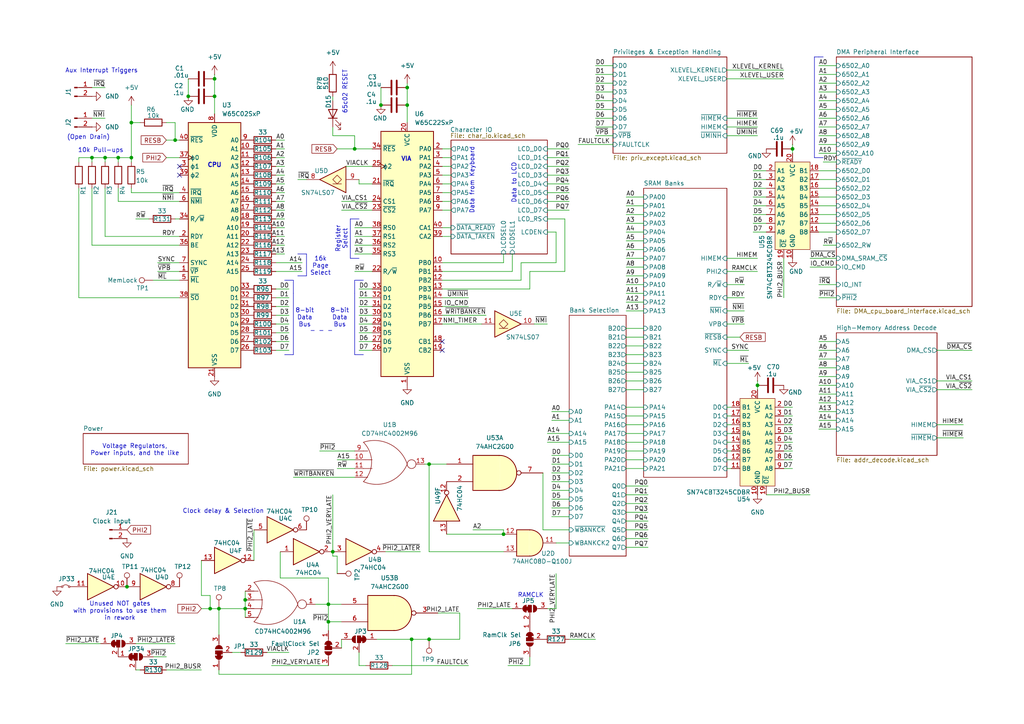
<source format=kicad_sch>
(kicad_sch (version 20250114) (generator "eeschema") (generator_version "9.0")
  (paper "A4")
  (title_block (title "65c02 Homebrew") (rev "Prelim") (company "Joseph R. Freeston") (comment 2 "https://github.com/snorklerjoe/useful6502") (comment 4 "A 65c02-based computer with peripheral i/o offloaded to a PIC16 microcontroller."))
  (text "Data to LCD" (at 149.098 53.086 90) (effects (font (size 1.27 1.27))))
  (text "65c02 RESET" (at 100.076 26.67 90) (effects (font (size 1.27 1.27))))
  (text "(Open Drain)" (at 25.654 39.878 0) (effects (font (size 1.27 1.27))))
  (text "VIA" (at 117.856 46.228 0) (effects (font (size 1.27 1.27) (thickness 0.254) (bold yes))))
  (text "10k Pull-ups" (at 29.21 43.688 0) (effects (font (size 1.27 1.27))))
  (text "Clock delay & Selection" (at 64.77 148.336 0) (effects (font (size 1.27 1.27))))
  (text "8-bit\nData\nBus" (at 88.392 92.202 0) (effects (font (size 1.27 1.27))))
  (text "- - -" (at 93.218 96.012 0) (effects (font (size 1.27 1.27))))
  (text "CPU" (at 62.23 48.006 0) (effects (font (size 1.27 1.27) (thickness 0.254) (bold yes))))
  (text "Register\nSelect" (at 99.06 69.342 90) (effects (font (size 1.27 1.27))))
  (text "RAMCLK" (at 153.924 172.72 0) (effects (font (size 1.27 1.27))))
  (text "Data from Keyboard" (at 136.906 52.324 90) (effects (font (size 1.27 1.27))))
  (text "Aux Interrupt Triggers" (at 29.464 20.574 0) (effects (font (size 1.27 1.27))))
  (text "Unused NOT gates\nwith provisions to use them\nin rework" (at 34.798 177.292 0) (effects (font (size 1.27 1.27))))
  (text "16k\nPage\nSelect" (at 92.964 77.216 0) (effects (font (size 1.27 1.27))))
  (text "8-bit\nData\nBus" (at 98.552 92.202 0) (effects (font (size 1.27 1.27))))
  (text "Voltage Regulators,\nPower inputs, and the like" (at 39.116 130.556 0) (effects (font (size 1.27 1.27))))
  (junction (at 119.38 185.42))
  (junction (at 50.8 40.64))
  (junction (at 62.23 27.94))
  (junction (at 63.5 176.53))
  (junction (at 34.29 45.72))
  (junction (at 60.96 176.53))
  (junction (at 118.11 30.48))
  (junction (at 95.25 175.26))
  (junction (at 229.87 43.18))
  (junction (at 54.61 27.94))
  (junction (at 96.52 160.02))
  (junction (at 124.46 185.42))
  (junction (at 102.87 43.18))
  (junction (at 146.05 154.94))
  (junction (at 71.12 173.99))
  (junction (at 95.25 180.34))
  (junction (at 71.12 176.53))
  (junction (at 38.1 35.56))
  (junction (at 26.67 45.72))
  (junction (at 36.83 170.18))
  (junction (at 219.71 111.76))
  (junction (at 62.23 22.86))
  (junction (at 118.11 25.4))
  (junction (at 124.46 134.62))
  (junction (at 30.48 45.72))
  (junction (at 110.49 30.48))
  (junction (at 38.1 45.72))
  (no_connect (at 52.07 48.26))
  (no_connect (at 128.27 99.06))
  (no_connect (at 52.07 50.8))
  (no_connect (at 128.27 101.6))
  (wire (pts (xy 80.01 88.9) (xy 83.82 88.9)))
  (wire (pts (xy 210.82 105.41) (xy 217.17 105.41)))
  (wire (pts (xy 97.79 133.35) (xy 102.87 133.35)))
  (wire (pts (xy 124.46 160.02) (xy 124.46 134.62)))
  (wire (pts (xy 80.01 96.52) (xy 83.82 96.52)))
  (wire (pts (xy 242.57 119.38) (xy 237.49 119.38)))
  (wire (pts (xy 271.78 101.6) (xy 281.94 101.6)))
  (wire (pts (xy 186.69 72.39) (xy 181.61 72.39)))
  (wire (pts (xy 102.87 68.58) (xy 107.95 68.58)))
  (wire (pts (xy 60.96 172.72) (xy 60.96 176.53)))
  (wire (pts (xy 104.14 189.23) (xy 104.14 193.04)))
  (wire (pts (xy 95.25 180.34) (xy 95.25 182.88)))
  (wire (pts (xy 119.38 185.42) (xy 109.22 185.42)))
  (wire (pts (xy 242.57 99.06) (xy 237.49 99.06)))
  (wire (pts (xy 34.29 45.72) (xy 38.1 45.72)))
  (wire (pts (xy 210.82 36.83) (xy 219.71 36.83)))
  (wire (pts (xy 81.28 167.64) (xy 95.25 167.64)))
  (wire (pts (xy 271.78 110.49) (xy 281.94 110.49)))
  (wire (pts (xy 62.23 21.59) (xy 62.23 22.86)))
  (wire (pts (xy 210.82 125.73) (xy 212.09 125.73)))
  (wire (pts (xy 181.61 110.49) (xy 186.69 110.49)))
  (wire (pts (xy 177.8 36.83) (xy 172.72 36.83)))
  (wire (pts (xy 38.1 35.56) (xy 38.1 45.72)))
  (wire (pts (xy 127 177.8) (xy 133.35 177.8)))
  (wire (pts (xy 227.33 120.65) (xy 229.87 120.65)))
  (wire (pts (xy 210.82 22.86) (xy 227.33 22.86)))
  (wire (pts (xy 271.78 123.19) (xy 279.4 123.19)))
  (wire (pts (xy 237.49 54.61) (xy 242.57 54.61)))
  (wire (pts (xy 44.45 81.28) (xy 52.07 81.28)))
  (wire (pts (xy 210.82 82.55) (xy 215.9 82.55)))
  (wire (pts (xy 58.42 162.56) (xy 58.42 172.72)))
  (polyline (pts (xy 238.76 16.51) (xy 237.49 16.51)))
  (wire (pts (xy 181.61 135.89) (xy 186.69 135.89)))
  (wire (pts (xy 158.75 43.18) (xy 165.1 43.18)))
  (wire (pts (xy 62.23 22.86) (xy 62.23 27.94)))
  (wire (pts (xy 128.27 53.34) (xy 130.81 53.34)))
  (wire (pts (xy 81.28 160.02) (xy 81.28 167.64)))
  (wire (pts (xy 210.82 130.81) (xy 212.09 130.81)))
  (wire (pts (xy 186.69 74.93) (xy 181.61 74.93)))
  (wire (pts (xy 102.87 66.04) (xy 107.95 66.04)))
  (wire (pts (xy 242.57 121.92) (xy 237.49 121.92)))
  (wire (pts (xy 123.19 134.62) (xy 124.46 134.62)))
  (wire (pts (xy 102.87 73.66) (xy 107.95 73.66)))
  (wire (pts (xy 99.06 187.96) (xy 99.06 185.42)))
  (wire (pts (xy 157.48 153.67) (xy 165.1 153.67)))
  (wire (pts (xy 227.33 123.19) (xy 229.87 123.19)))
  (wire (pts (xy 227.33 128.27) (xy 229.87 128.27)))
  (wire (pts (xy 158.75 176.53) (xy 161.29 176.53)))
  (wire (pts (xy 218.44 59.69) (xy 222.25 59.69)))
  (wire (pts (xy 227.33 135.89) (xy 229.87 135.89)))
  (wire (pts (xy 242.57 34.29) (xy 237.49 34.29)))
  (polyline (pts (xy 85.09 85.09) (xy 85.09 102.87)))
  (polyline (pts (xy 86.36 73.66) (xy 88.9 73.66)))
  (wire (pts (xy 128.27 58.42) (xy 130.81 58.42)))
  (wire (pts (xy 148.59 73.66) (xy 148.59 78.74)))
  (wire (pts (xy 119.38 185.42) (xy 119.38 195.58)))
  (wire (pts (xy 80.01 71.12) (xy 82.55 71.12)))
  (wire (pts (xy 95.25 167.64) (xy 95.25 175.26)))
  (wire (pts (xy 242.57 114.3) (xy 237.49 114.3)))
  (wire (pts (xy 210.82 133.35) (xy 212.09 133.35)))
  (wire (pts (xy 146.05 160.02) (xy 124.46 160.02)))
  (wire (pts (xy 48.26 35.56) (xy 50.8 35.56)))
  (wire (pts (xy 227.33 125.73) (xy 229.87 125.73)))
  (wire (pts (xy 210.82 118.11) (xy 212.09 118.11)))
  (wire (pts (xy 181.61 143.51) (xy 187.96 143.51)))
  (wire (pts (xy 151.13 81.28) (xy 128.27 81.28)))
  (wire (pts (xy 118.11 35.56) (xy 118.11 30.48)))
  (wire (pts (xy 96.52 27.94) (xy 96.52 29.21)))
  (wire (pts (xy 181.61 120.65) (xy 186.69 120.65)))
  (wire (pts (xy 210.82 78.74) (xy 219.71 78.74)))
  (wire (pts (xy 138.43 176.53) (xy 148.59 176.53)))
  (wire (pts (xy 99.06 60.96) (xy 107.95 60.96)))
  (wire (pts (xy 63.5 195.58) (xy 119.38 195.58)))
  (polyline (pts (xy 82.55 102.87) (xy 85.09 102.87)))
  (wire (pts (xy 124.46 185.42) (xy 133.35 185.42)))
  (wire (pts (xy 30.48 45.72) (xy 34.29 45.72)))
  (wire (pts (xy 80.01 78.74) (xy 87.63 78.74)))
  (wire (pts (xy 92.71 130.81) (xy 102.87 130.81)))
  (wire (pts (xy 80.01 40.64) (xy 82.55 40.64)))
  (wire (pts (xy 80.01 68.58) (xy 82.55 68.58)))
  (polyline (pts (xy 88.9 73.66) (xy 88.9 80.01)))
  (polyline (pts (xy 102.87 85.09) (xy 102.87 102.87)))
  (wire (pts (xy 153.67 83.82) (xy 128.27 83.82)))
  (wire (pts (xy 186.69 77.47) (xy 181.61 77.47)))
  (wire (pts (xy 158.75 125.73) (xy 165.1 125.73)))
  (wire (pts (xy 181.61 100.33) (xy 186.69 100.33)))
  (wire (pts (xy 77.47 189.23) (xy 83.82 189.23)))
  (wire (pts (xy 104.14 193.04) (xy 106.1361 193.04)))
  (wire (pts (xy 177.8 29.21) (xy 172.72 29.21)))
  (wire (pts (xy 177.8 26.67) (xy 172.72 26.67)))
  (polyline (pts (xy 237.49 16.51) (xy 236.22 16.51)))
  (wire (pts (xy 85.09 138.43) (xy 102.87 138.43)))
  (wire (pts (xy 181.61 107.95) (xy 186.69 107.95)))
  (wire (pts (xy 118.11 25.4) (xy 118.11 24.13)))
  (wire (pts (xy 153.67 78.74) (xy 153.67 83.82)))
  (wire (pts (xy 181.61 113.03) (xy 186.69 113.03)))
  (wire (pts (xy 80.01 91.44) (xy 83.82 91.44)))
  (wire (pts (xy 147.32 193.04) (xy 153.67 193.04)))
  (wire (pts (xy 107.95 83.82) (xy 104.14 83.82)))
  (wire (pts (xy 78.74 193.04) (xy 95.25 193.04)))
  (polyline (pts (xy 101.6 74.93) (xy 104.14 74.93)))
  (wire (pts (xy 158.75 55.88) (xy 165.1 55.88)))
  (wire (pts (xy 107.95 101.6) (xy 104.14 101.6)))
  (wire (pts (xy 97.79 166.37) (xy 97.79 161.29)))
  (wire (pts (xy 242.57 29.21) (xy 237.49 29.21)))
  (wire (pts (xy 80.01 93.98) (xy 83.82 93.98)))
  (wire (pts (xy 102.87 78.74) (xy 107.95 78.74)))
  (wire (pts (xy 137.16 153.67) (xy 146.05 153.67)))
  (wire (pts (xy 214.63 97.79) (xy 210.82 97.79)))
  (wire (pts (xy 99.06 58.42) (xy 107.95 58.42)))
  (wire (pts (xy 128.27 66.04) (xy 130.81 66.04)))
  (wire (pts (xy 19.05 186.69) (xy 29.21 186.69)))
  (wire (pts (xy 80.01 73.66) (xy 82.55 73.66)))
  (wire (pts (xy 80.01 60.96) (xy 82.55 60.96)))
  (wire (pts (xy 242.57 109.22) (xy 237.49 109.22)))
  (wire (pts (xy 238.76 46.99) (xy 242.57 46.99)))
  (wire (pts (xy 186.69 64.77) (xy 181.61 64.77)))
  (wire (pts (xy 22.86 54.61) (xy 22.86 86.36)))
  (wire (pts (xy 172.72 39.37) (xy 177.8 39.37)))
  (wire (pts (xy 158.75 67.31) (xy 161.29 67.31)))
  (wire (pts (xy 30.48 54.61) (xy 30.48 68.58)))
  (wire (pts (xy 242.57 21.59) (xy 237.49 21.59)))
  (wire (pts (xy 161.29 157.48) (xy 165.1 157.48)))
  (wire (pts (xy 238.76 71.12) (xy 242.57 71.12)))
  (wire (pts (xy 128.27 43.18) (xy 130.81 43.18)))
  (wire (pts (xy 22.86 46.99) (xy 22.86 45.72)))
  (wire (pts (xy 95.25 180.34) (xy 95.25 175.26)))
  (wire (pts (xy 80.01 99.06) (xy 83.82 99.06)))
  (wire (pts (xy 96.52 39.37) (xy 102.87 39.37)))
  (wire (pts (xy 102.87 39.37) (xy 102.87 43.18)))
  (wire (pts (xy 50.8 35.56) (xy 50.8 40.64)))
  (wire (pts (xy 158.75 45.72) (xy 165.1 45.72)))
  (wire (pts (xy 158.75 50.8) (xy 165.1 50.8)))
  (wire (pts (xy 73.66 162.56) (xy 73.66 153.67)))
  (wire (pts (xy 186.69 59.69) (xy 181.61 59.69)))
  (wire (pts (xy 158.75 128.27) (xy 165.1 128.27)))
  (wire (pts (xy 242.57 116.84) (xy 237.49 116.84)))
  (wire (pts (xy 210.82 20.32) (xy 227.33 20.32)))
  (wire (pts (xy 39.37 63.5) (xy 43.18 63.5)))
  (wire (pts (xy 22.86 45.72) (xy 26.67 45.72)))
  (wire (pts (xy 113.7561 193.04) (xy 135.89 193.04)))
  (wire (pts (xy 237.49 64.77) (xy 242.57 64.77)))
  (wire (pts (xy 38.1 45.72) (xy 38.1 46.99)))
  (wire (pts (xy 218.44 49.53) (xy 222.25 49.53)))
  (wire (pts (xy 104.14 53.34) (xy 107.95 53.34)))
  (wire (pts (xy 146.05 73.66) (xy 146.05 76.2)))
  (wire (pts (xy 229.87 43.18) (xy 229.87 44.45)))
  (wire (pts (xy 146.05 76.2) (xy 128.27 76.2)))
  (wire (pts (xy 210.82 34.29) (xy 219.71 34.29)))
  (wire (pts (xy 60.96 176.53) (xy 63.5 176.53)))
  (polyline (pts (xy 104.14 63.5) (xy 101.6 63.5)))
  (wire (pts (xy 181.61 87.63) (xy 186.69 87.63)))
  (wire (pts (xy 107.95 86.36) (xy 104.14 86.36)))
  (wire (pts (xy 165.1 139.7) (xy 160.02 139.7)))
  (wire (pts (xy 237.49 67.31) (xy 242.57 67.31)))
  (wire (pts (xy 58.42 172.72) (xy 60.96 172.72)))
  (wire (pts (xy 165.1 147.32) (xy 160.02 147.32)))
  (polyline (pts (xy 105.41 81.28) (xy 102.87 81.28)))
  (wire (pts (xy 210.82 123.19) (xy 212.09 123.19)))
  (wire (pts (xy 38.1 54.61) (xy 38.1 55.88)))
  (wire (pts (xy 107.95 93.98) (xy 104.14 93.98)))
  (wire (pts (xy 128.27 48.26) (xy 130.81 48.26)))
  (wire (pts (xy 38.1 35.56) (xy 40.64 35.56)))
  (wire (pts (xy 110.49 25.4) (xy 110.49 30.48)))
  (wire (pts (xy 22.86 86.36) (xy 52.07 86.36)))
  (polyline (pts (xy 86.36 80.01) (xy 88.9 80.01)))
  (wire (pts (xy 26.67 46.99) (xy 26.67 45.72)))
  (wire (pts (xy 237.49 86.36) (xy 242.57 86.36)))
  (wire (pts (xy 30.48 68.58) (xy 52.07 68.58)))
  (wire (pts (xy 71.12 173.99) (xy 71.12 171.45)))
  (wire (pts (xy 102.87 43.18) (xy 107.95 43.18)))
  (wire (pts (xy 181.61 125.73) (xy 186.69 125.73)))
  (wire (pts (xy 128.27 45.72) (xy 130.81 45.72)))
  (wire (pts (xy 218.44 54.61) (xy 222.25 54.61)))
  (wire (pts (xy 128.27 55.88) (xy 130.81 55.88)))
  (wire (pts (xy 177.8 31.75) (xy 172.72 31.75)))
  (wire (pts (xy 80.01 43.18) (xy 82.55 43.18)))
  (wire (pts (xy 86.36 52.07) (xy 88.9 52.07)))
  (wire (pts (xy 97.79 135.89) (xy 102.87 135.89)))
  (wire (pts (xy 128.27 68.58) (xy 130.81 68.58)))
  (wire (pts (xy 177.8 24.13) (xy 172.72 24.13)))
  (wire (pts (xy 165.1 185.42) (xy 172.72 185.42)))
  (wire (pts (xy 102.87 71.12) (xy 107.95 71.12)))
  (polyline (pts (xy 105.41 102.87) (xy 102.87 102.87)))
  (wire (pts (xy 186.69 69.85) (xy 181.61 69.85)))
  (wire (pts (xy 80.01 63.5) (xy 82.55 63.5)))
  (wire (pts (xy 242.57 111.76) (xy 237.49 111.76)))
  (wire (pts (xy 129.54 134.62) (xy 124.46 134.62)))
  (wire (pts (xy 95.25 180.34) (xy 99.06 180.34)))
  (wire (pts (xy 146.05 153.67) (xy 146.05 154.94)))
  (wire (pts (xy 181.61 148.59) (xy 187.96 148.59)))
  (wire (pts (xy 242.57 24.13) (xy 237.49 24.13)))
  (wire (pts (xy 96.52 143.51) (xy 96.52 160.02)))
  (wire (pts (xy 218.44 52.07) (xy 222.25 52.07)))
  (wire (pts (xy 167.64 41.91) (xy 177.8 41.91)))
  (wire (pts (xy 218.44 67.31) (xy 222.25 67.31)))
  (wire (pts (xy 227.33 118.11) (xy 229.87 118.11)))
  (wire (pts (xy 80.01 83.82) (xy 83.82 83.82)))
  (wire (pts (xy 181.61 123.19) (xy 186.69 123.19)))
  (wire (pts (xy 80.01 66.04) (xy 82.55 66.04)))
  (wire (pts (xy 181.61 146.05) (xy 187.96 146.05)))
  (wire (pts (xy 80.01 101.6) (xy 83.82 101.6)))
  (wire (pts (xy 129.54 154.94) (xy 146.05 154.94)))
  (wire (pts (xy 107.95 99.06) (xy 104.14 99.06)))
  (wire (pts (xy 128.27 86.36) (xy 135.89 86.36)))
  (wire (pts (xy 160.02 119.38) (xy 165.1 119.38)))
  (wire (pts (xy 242.57 101.6) (xy 237.49 101.6)))
  (wire (pts (xy 242.57 26.67) (xy 237.49 26.67)))
  (wire (pts (xy 210.82 101.6) (xy 217.17 101.6)))
  (wire (pts (xy 158.75 60.96) (xy 165.1 60.96)))
  (wire (pts (xy 237.49 82.55) (xy 242.57 82.55)))
  (wire (pts (xy 181.61 97.79) (xy 186.69 97.79)))
  (wire (pts (xy 111.76 160.02) (xy 121.92 160.02)))
  (wire (pts (xy 218.44 62.23) (xy 222.25 62.23)))
  (wire (pts (xy 181.61 90.17) (xy 186.69 90.17)))
  (wire (pts (xy 210.82 128.27) (xy 212.09 128.27)))
  (wire (pts (xy 50.8 63.5) (xy 52.07 63.5)))
  (wire (pts (xy 181.61 105.41) (xy 186.69 105.41)))
  (wire (pts (xy 34.29 46.99) (xy 34.29 45.72)))
  (wire (pts (xy 80.01 58.42) (xy 82.55 58.42)))
  (wire (pts (xy 242.57 41.91) (xy 237.49 41.91)))
  (wire (pts (xy 242.57 19.05) (xy 237.49 19.05)))
  (wire (pts (xy 237.49 52.07) (xy 242.57 52.07)))
  (wire (pts (xy 34.29 54.61) (xy 34.29 58.42)))
  (wire (pts (xy 210.82 93.98) (xy 215.9 93.98)))
  (wire (pts (xy 242.57 31.75) (xy 237.49 31.75)))
  (wire (pts (xy 153.67 78.74) (xy 163.83 78.74)))
  (wire (pts (xy 177.8 21.59) (xy 172.72 21.59)))
  (wire (pts (xy 34.29 58.42) (xy 52.07 58.42)))
  (wire (pts (xy 40.64 194.31) (xy 39.37 194.31)))
  (wire (pts (xy 237.49 57.15) (xy 242.57 57.15)))
  (wire (pts (xy 80.01 55.88) (xy 82.55 55.88)))
  (wire (pts (xy 165.1 134.62) (xy 160.02 134.62)))
  (wire (pts (xy 237.49 59.69) (xy 242.57 59.69)))
  (wire (pts (xy 161.29 67.31) (xy 161.29 76.2)))
  (wire (pts (xy 186.69 82.55) (xy 181.61 82.55)))
  (polyline (pts (xy 236.22 16.51) (xy 236.22 45.72)))
  (wire (pts (xy 242.57 36.83) (xy 237.49 36.83)))
  (wire (pts (xy 45.72 76.2) (xy 52.07 76.2)))
  (wire (pts (xy 48.26 40.64) (xy 50.8 40.64)))
  (wire (pts (xy 218.44 64.77) (xy 222.25 64.77)))
  (wire (pts (xy 97.79 161.29) (xy 96.52 161.29)))
  (wire (pts (xy 158.75 63.5) (xy 163.83 63.5)))
  (wire (pts (xy 71.12 176.53) (xy 71.12 173.99)))
  (wire (pts (xy 44.45 190.5) (xy 48.26 190.5)))
  (wire (pts (xy 124.46 185.42) (xy 119.38 185.42)))
  (wire (pts (xy 158.75 58.42) (xy 165.1 58.42)))
  (wire (pts (xy 45.72 78.74) (xy 52.07 78.74)))
  (wire (pts (xy 52.07 71.12) (xy 26.67 71.12)))
  (wire (pts (xy 96.52 36.83) (xy 96.52 39.37)))
  (polyline (pts (xy 85.09 81.28) (xy 85.09 85.09)))
  (wire (pts (xy 177.8 34.29) (xy 172.72 34.29)))
  (wire (pts (xy 227.33 133.35) (xy 229.87 133.35)))
  (wire (pts (xy 161.29 76.2) (xy 151.13 76.2)))
  (wire (pts (xy 80.01 53.34) (xy 82.55 53.34)))
  (wire (pts (xy 80.01 45.72) (xy 82.55 45.72)))
  (wire (pts (xy 181.61 153.67) (xy 187.96 153.67)))
  (wire (pts (xy 181.61 130.81) (xy 186.69 130.81)))
  (polyline (pts (xy 82.55 81.28) (xy 85.09 81.28)))
  (wire (pts (xy 186.69 57.15) (xy 181.61 57.15)))
  (wire (pts (xy 128.27 93.98) (xy 139.7 93.98)))
  (wire (pts (xy 165.1 142.24) (xy 160.02 142.24)))
  (wire (pts (xy 107.95 91.44) (xy 104.14 91.44)))
  (wire (pts (xy 186.69 67.31) (xy 181.61 67.31)))
  (wire (pts (xy 107.95 96.52) (xy 104.14 96.52)))
  (wire (pts (xy 219.71 111.76) (xy 219.71 113.03)))
  (wire (pts (xy 48.26 45.72) (xy 52.07 45.72)))
  (wire (pts (xy 71.12 176.53) (xy 71.12 179.07)))
  (wire (pts (xy 181.61 156.21) (xy 187.96 156.21)))
  (wire (pts (xy 165.1 144.78) (xy 160.02 144.78)))
  (wire (pts (xy 100.33 48.26) (xy 107.95 48.26)))
  (wire (pts (xy 30.48 46.99) (xy 30.48 45.72)))
  (wire (pts (xy 26.67 25.4) (xy 30.48 25.4)))
  (wire (pts (xy 50.8 40.64) (xy 52.07 40.64)))
  (wire (pts (xy 237.49 49.53) (xy 242.57 49.53)))
  (wire (pts (xy 128.27 50.8) (xy 130.81 50.8)))
  (wire (pts (xy 151.13 76.2) (xy 151.13 81.28)))
  (wire (pts (xy 186.69 62.23) (xy 181.61 62.23)))
  (wire (pts (xy 58.42 194.31) (xy 48.26 194.31)))
  (wire (pts (xy 62.23 27.94) (xy 62.23 33.02)))
  (wire (pts (xy 165.1 149.86) (xy 160.02 149.86)))
  (wire (pts (xy 107.95 88.9) (xy 104.14 88.9)))
  (wire (pts (xy 26.67 71.12) (xy 26.67 54.61)))
  (wire (pts (xy 271.78 127) (xy 279.4 127)))
  (wire (pts (xy 80.01 76.2) (xy 87.63 76.2)))
  (wire (pts (xy 163.83 63.5) (xy 163.83 78.74)))
  (wire (pts (xy 165.1 132.08) (xy 160.02 132.08)))
  (wire (pts (xy 63.5 184.15) (xy 63.5 176.53)))
  (wire (pts (xy 133.35 185.42) (xy 133.35 177.8)))
  (wire (pts (xy 234.95 74.93) (xy 242.57 74.93)))
  (wire (pts (xy 154.94 93.98) (xy 158.75 93.98)))
  (wire (pts (xy 242.57 104.14) (xy 237.49 104.14)))
  (wire (pts (xy 38.1 30.48) (xy 38.1 35.56)))
  (wire (pts (xy 210.82 120.65) (xy 212.09 120.65)))
  (wire (pts (xy 242.57 44.45) (xy 237.49 44.45)))
  (wire (pts (xy 80.01 50.8) (xy 82.55 50.8)))
  (wire (pts (xy 210.82 39.37) (xy 219.71 39.37)))
  (wire (pts (xy 67.31 189.23) (xy 69.85 189.23)))
  (wire (pts (xy 242.57 39.37) (xy 237.49 39.37)))
  (wire (pts (xy 63.5 176.53) (xy 71.12 176.53)))
  (wire (pts (xy 26.67 45.72) (xy 30.48 45.72)))
  (wire (pts (xy 157.48 137.16) (xy 157.48 153.67)))
  (wire (pts (xy 96.52 161.29) (xy 96.52 160.02)))
  (wire (pts (xy 104.14 52.07) (xy 104.14 53.34)))
  (wire (pts (xy 26.67 34.29) (xy 30.48 34.29)))
  (wire (pts (xy 158.75 53.34) (xy 165.1 53.34)))
  (wire (pts (xy 80.01 86.36) (xy 83.82 86.36)))
  (wire (pts (xy 210.82 74.93) (xy 219.71 74.93)))
  (wire (pts (xy 227.33 130.81) (xy 229.87 130.81)))
  (wire (pts (xy 91.44 175.26) (xy 95.25 175.26)))
  (wire (pts (xy 181.61 95.25) (xy 186.69 95.25)))
  (wire (pts (xy 95.25 175.26) (xy 99.06 175.26)))
  (wire (pts (xy 242.57 124.46) (xy 237.49 124.46)))
  (wire (pts (xy 181.61 85.09) (xy 186.69 85.09)))
  (wire (pts (xy 181.61 158.75) (xy 187.96 158.75)))
  (wire (pts (xy 210.82 135.89) (xy 212.09 135.89)))
  (wire (pts (xy 218.44 57.15) (xy 222.25 57.15)))
  (polyline (pts (xy 238.76 45.72) (xy 236.22 45.72)))
  (wire (pts (xy 97.79 43.18) (xy 102.87 43.18)))
  (wire (pts (xy 242.57 106.68) (xy 237.49 106.68)))
  (wire (pts (xy 128.27 88.9) (xy 135.89 88.9)))
  (wire (pts (xy 181.61 118.11) (xy 186.69 118.11)))
  (wire (pts (xy 160.02 121.92) (xy 165.1 121.92)))
  (wire (pts (xy 181.61 151.13) (xy 187.96 151.13)))
  (wire (pts (xy 181.61 140.97) (xy 187.96 140.97)))
  (wire (pts (xy 54.61 22.86) (xy 54.61 27.94)))
  (wire (pts (xy 227.33 74.93) (xy 227.33 86.36)))
  (wire (pts (xy 186.69 80.01) (xy 181.61 80.01)))
  (wire (pts (xy 58.42 176.53) (xy 60.96 176.53)))
  (wire (pts (xy 222.25 143.51) (xy 234.95 143.51)))
  (wire (pts (xy 181.61 102.87) (xy 186.69 102.87)))
  (wire (pts (xy 237.49 62.23) (xy 242.57 62.23)))
  (wire (pts (xy 181.61 133.35) (xy 186.69 133.35)))
  (wire (pts (xy 158.75 48.26) (xy 165.1 48.26)))
  (wire (pts (xy 219.71 110.49) (xy 219.71 111.76)))
  (wire (pts (xy 148.59 78.74) (xy 128.27 78.74)))
  (wire (pts (xy 38.1 55.88) (xy 52.07 55.88)))
  (wire (pts (xy 63.5 194.31) (xy 63.5 195.58)))
  (wire (pts (xy 210.82 90.17) (xy 215.9 90.17)))
  (wire (pts (xy 153.67 193.04) (xy 153.67 190.5)))
  (wire (pts (xy 271.78 113.03) (xy 281.94 113.03)))
  (wire (pts (xy 165.1 137.16) (xy 160.02 137.16)))
  (wire (pts (xy 118.11 30.48) (xy 118.11 25.4)))
  (wire (pts (xy 181.61 128.27) (xy 186.69 128.27)))
  (wire (pts (xy 128.27 91.44) (xy 140.97 91.44)))
  (polyline (pts (xy 102.87 81.28) (xy 102.87 85.09)))
  (wire (pts (xy 234.95 77.47) (xy 242.57 77.47)))
  (wire (pts (xy 80.01 48.26) (xy 82.55 48.26)))
  (wire (pts (xy 229.87 43.18) (xy 229.87 41.91)))
  (polyline (pts (xy 101.6 63.5) (xy 101.6 74.93)))
  (wire (pts (xy 177.8 19.05) (xy 172.72 19.05)))
  (wire (pts (xy 128.27 60.96) (xy 130.81 60.96)))
  (wire (pts (xy 210.82 86.36) (xy 215.9 86.36)))
  (wire (pts (xy 39.37 186.69) (xy 50.8 186.69)))
  (wire (pts (xy 161.29 176.53) (xy 161.29 166.37)))
  (label "A8" (at 181.61 77.47 0))
  (label "FAULTCLK" (at 167.64 41.91 0))
  (label "RAMCLK" (at 172.72 185.42 180))
  (label "A6" (at 82.55 55.88 180))
  (label "R~{W}" (at 102.87 78.74 0))
  (label "A6" (at 237.49 101.6 0))
  (label "PQ4" (at 187.96 151.13 180))
  (label "D6" (at 172.72 34.29 0))
  (label "D4" (at 104.14 93.98 0))
  (label "PQ3" (at 165.1 50.8 180))
  (label "PQ2" (at 165.1 48.26 180))
  (label "~{DMA_CS}" (at 234.95 74.93 0))
  (label "~{DMA_CS}" (at 281.94 101.6 180))
  (label "A0" (at 82.55 40.64 180))
  (label "A0" (at 237.49 19.05 0))
  (label "PQ7" (at 165.1 60.96 180))
  (label "PQ4" (at 165.1 53.34 180))
  (label "A11" (at 82.55 68.58 180))
  (label "PQ3" (at 187.96 148.59 180))
  (label "A13" (at 181.61 90.17 0))
  (label "A10" (at 82.55 66.04 180))
  (label "~{WRITBANKEN}" (at 85.09 138.43 0))
  (label "~{PHI2}" (at 237.49 86.36 0))
  (label "XLEVEL_KERNEL" (at 227.33 20.32 180))
  (label "A12" (at 181.61 87.63 0))
  (label "~{NMI}" (at 46.9464 58.42 0))
  (label "PHI2_LATE" (at 138.43 176.53 0))
  (label "D1" (at 218.44 52.07 0))
  (label "A7" (at 237.49 36.83 0))
  (label "~{PHI2}" (at 92.71 130.81 0))
  (label "D2" (at 160.02 137.16 0))
  (label "A5" (at 82.55 53.34 180))
  (label "A5" (at 237.49 99.06 0))
  (label "FAULTCLK" (at 135.89 193.04 180))
  (label "A5" (at 237.49 31.75 0))
  (label "A0" (at 160.02 119.38 0))
  (label "D5" (at 160.02 144.78 0))
  (label "PHI2_VERYLATE" (at 96.52 143.51 270))
  (label "D0" (at 83.82 83.82 180))
  (label "~{PHI2}" (at 95.25 180.34 180))
  (label "PQ7" (at 187.96 158.75 180))
  (label "HIMEM" (at 279.4 123.19 180))
  (label "A3" (at 181.61 64.77 0))
  (label "~{PHI2_LATE}" (at 19.05 186.69 0))
  (label "A10" (at 181.61 82.55 0))
  (label "SYNC" (at 217.17 101.6 180))
  (label "A13" (at 82.55 73.66 180))
  (label "~{VPB}" (at 172.72 39.37 0))
  (label "RDY" (at 215.9 86.36 180) (effects (font (thickness 0.1588))))
  (label "A13" (at 237.49 119.38 0))
  (label "A9" (at 181.61 80.01 0))
  (label "R~{W}" (at 97.79 135.89 0))
  (label "A12" (at 82.55 71.12 180))
  (label "D5" (at 172.72 31.75 0))
  (label "A0" (at 181.61 57.15 0))
  (label "A3" (at 102.87 73.66 0))
  (label "D1" (at 229.87 120.65 180))
  (label "D2" (at 83.82 88.9 180))
  (label "~{ML}" (at 45.72 81.28 0))
  (label "~{ML}" (at 217.17 105.41 180))
  (label "IO_CMD" (at 135.89 88.9 180))
  (label "NMI_TIMER" (at 138.43 93.98 180))
  (label "R~{W}" (at 215.9 82.55 180))
  (label "D4" (at 218.44 59.69 0))
  (label "D3" (at 172.72 26.67 0))
  (label "D3" (at 229.87 125.73 180))
  (label "PQ2" (at 187.96 146.05 180))
  (label "R~{W}" (at 39.37 63.5 0))
  (label "D1" (at 104.14 86.36 0))
  (label "~{HIMEM}" (at 279.4 127 180))
  (label "A1" (at 82.55 43.18 180))
  (label "A10" (at 237.49 44.45 0))
  (label "PQ5" (at 187.96 153.67 180))
  (label "A14" (at 237.49 121.92 0))
  (label "D6" (at 104.14 99.06 0))
  (label "A6" (at 181.61 72.39 0))
  (label "RAMCLK" (at 219.71 78.74 180))
  (label "D0" (at 218.44 49.53 0))
  (label "~{UMINH}" (at 135.89 86.36 180))
  (label "A9" (at 237.49 109.22 0))
  (label "PHI2_VERYLATE" (at 161.29 166.37 270))
  (label "D7" (at 229.87 135.89 180))
  (label "D7" (at 83.82 101.6 180))
  (label "HIMEM" (at 219.71 74.93 180))
  (label "A2" (at 137.16 153.67 0))
  (label "PQ6" (at 165.1 58.42 180))
  (label "D4" (at 160.02 142.24 0))
  (label "PQ1" (at 187.96 143.51 180))
  (label "D1" (at 83.82 86.36 180))
  (label "XLEVEL_USER" (at 227.33 22.86 180))
  (label "A3" (at 82.55 48.26 180))
  (label "IO_CMD" (at 234.95 77.47 0))
  (label "A8" (at 82.55 60.96 180))
  (label "A4" (at 237.49 29.21 0))
  (label "A14" (at 158.75 125.73 0))
  (label "A15" (at 237.49 124.46 0))
  (label "A2" (at 181.61 62.23 0))
  (label "D6" (at 229.87 133.35 180))
  (label "D4" (at 83.82 93.98 180))
  (label "D3" (at 104.14 91.44 0))
  (label "A15" (at 97.79 133.35 0))
  (label "D6" (at 160.02 147.32 0))
  (label "A15" (at 158.75 128.27 0))
  (label "~{VPB}" (at 215.9 93.98 180))
  (label "A15" (at 87.63 78.74 180))
  (label "A12" (at 237.49 116.84 0))
  (label "PHI2_LATE" (at 133.35 177.8 180))
  (label "A3" (at 237.49 26.67 0))
  (label "~{NMI}" (at 158.75 93.98 180))
  (label "RDY" (at 46.99 68.58 0) (effects (font (thickness 0.1588))))
  (label "D1" (at 172.72 21.59 0))
  (label "PHI2_BUSR" (at 58.42 194.31 180))
  (label "D0" (at 172.72 19.05 0))
  (label "~{IRQ}" (at 46.99 55.88 0))
  (label "~{VPB}" (at 45.72 78.74 0))
  (label "~{WRITBANKEN}" (at 140.97 91.44 180))
  (label "D6" (at 218.44 64.77 0))
  (label "D7" (at 218.44 67.31 0))
  (label "D7" (at 172.72 36.83 0))
  (label "A1" (at 102.87 68.58 0))
  (label "A8" (at 237.49 39.37 0))
  (label "VIA_~{CS2}" (at 99.06 60.96 0))
  (label "A14" (at 87.63 76.2 180))
  (label "PQ1" (at 165.1 45.72 180))
  (label "~{IRQ}" (at 237.49 82.55 0))
  (label "D3" (at 160.02 139.7 0))
  (label "D5" (at 229.87 130.81 180))
  (label "RDY" (at 238.76 46.99 0) (effects (font (thickness 0.1588))))
  (label "A8" (at 237.49 106.68 0))
  (label "VIACLK" (at 100.33 48.26 0))
  (label "A1" (at 160.02 121.92 0))
  (label "A2" (at 102.87 71.12 0))
  (label "~{PHI2_LATE}" (at 73.66 160.02 90))
  (label "D0" (at 104.14 83.82 0))
  (label "A7" (at 181.61 74.93 0))
  (label "~{IRQ}" (at 30.48 25.4 180))
  (label "R~{W}" (at 238.76 71.12 0))
  (label "D0" (at 160.02 132.08 0))
  (label "A1" (at 181.61 59.69 0))
  (label "A7" (at 237.49 104.14 0))
  (label "D2" (at 218.44 54.61 0))
  (label "A6" (at 237.49 34.29 0))
  (label "~{PHI2_LATER}" (at 121.92 160.02 180))
  (label "A4" (at 181.61 67.31 0))
  (label "PQ0" (at 187.96 140.97 180))
  (label "D0" (at 229.87 118.11 180))
  (label "A4" (at 82.55 50.8 180))
  (label "VIA_CS1" (at 281.94 110.49 180))
  (label "~{PHI2_LATER}" (at 50.8 186.69 180))
  (label "A7" (at 82.55 58.42 180))
  (label "PHI2_BUSR" (at 234.95 143.51 180))
  (label "D4" (at 172.72 29.21 0))
  (label "VIACLK" (at 83.82 189.23 180))
  (label "~{UMINH}" (at 219.71 39.37 180))
  (label "~{IRQ}" (at 86.36 52.07 0))
  (label "A10" (at 237.49 111.76 0))
  (label "~{PHI2}" (at 48.26 190.5 180))
  (label "A1" (at 237.49 21.59 0))
  (label "~{NMI}" (at 30.48 34.29 180))
  (label "D5" (at 104.14 96.52 0))
  (label "PQ6" (at 187.96 156.21 180))
  (label "PQ0" (at 165.1 43.18 180))
  (label "D6" (at 83.82 99.06 180))
  (label "PHI2_BUSR" (at 227.33 86.36 90))
  (label "D2" (at 229.87 123.19 180))
  (label "D5" (at 83.82 96.52 180))
  (label "A9" (at 237.49 41.91 0))
  (label "~{HIMEM}" (at 219.71 34.29 180))
  (label "D2" (at 104.14 88.9 0))
  (label "D5" (at 218.44 62.23 0))
  (label "D7" (at 104.14 101.6 0))
  (label "D3" (at 218.44 57.15 0))
  (label "A5" (at 181.61 69.85 0))
  (label "VIA_~{CS2}" (at 281.94 113.03 180))
  (label "D7" (at 160.02 149.86 0))
  (label "D4" (at 229.87 128.27 180))
  (label "PQ5" (at 165.1 55.88 180))
  (label "PHI2_VERYLATE" (at 78.74 193.04 0))
  (label "A2" (at 82.55 45.72 180))
  (label "D3" (at 83.82 91.44 180))
  (label "~{NMI}" (at 215.9 90.17 180))
  (label "D1" (at 160.02 134.62 0))
  (label "A11" (at 181.61 85.09 0))
  (label "A9" (at 82.55 63.5 180))
  (label "SYNC" (at 45.72 76.2 0))
  (label "D2" (at 172.72 24.13 0))
  (label "A2" (at 237.49 24.13 0))
  (label "HIMEM" (at 219.71 36.83 180))
  (label "~{PHI2}" (at 147.32 193.04 0))
  (label "A11" (at 237.49 114.3 0))
  (label "A0" (at 102.87 66.04 0))
  (label "VIA_CS1" (at 99.06 58.42 0))
  (global_label "PHI2" (shape input) (at 58.42 176.53 180) (property "Intersheetrefs" "${INTERSHEET_REFS}" (effects (hide yes))))
  (global_label "RESB" (shape input) (at 48.26 40.64 180) (property "Intersheetrefs" "${INTERSHEET_REFS}" (effects (hide yes))))
  (global_label "PHI2" (shape input) (at 36.83 153.67 0) (property "Intersheetrefs" "${INTERSHEET_REFS}" (effects (hide yes))))
  (global_label "RESB" (shape input) (at 214.63 97.79 0) (property "Intersheetrefs" "${INTERSHEET_REFS}" (effects (hide yes))))
  (global_label "RESB" (shape input) (at 97.79 43.18 180) (property "Intersheetrefs" "${INTERSHEET_REFS}" (effects (hide yes))))
  (global_label "PHI2" (shape input) (at 48.26 45.72 180) (property "Intersheetrefs" "${INTERSHEET_REFS}" (effects (hide yes))))
  (symbol (lib_id "Connector:TestPoint") (at 97.79 166.37 270) (unit 1)
    (property "Reference" "TP2" (at 103.632 164.846 0) (effects (justify left)))
    (property "Value" "TestPoint" (effects (hide yes)))
    (property "Description" "test point" (effects (hide yes)))
  )
  (symbol (lib_id "74xGxx:74AHC2G00") (at 114.3 177.8 0) (unit 2)
    (property "Reference" "U53" (at 113.0189 167.64 0))
    (property "Value" "74AHC2G00" (at 113.0189 170.18 0))
    (property "Datasheet" "https://assets.nexperia.com/documents/data-sheet/74AHC_AHCT2G00.pdf" (effects (hide yes)))
    (property "Description" "Dual NAND Gate, High-speed Si-gate CMOS" (effects (hide yes)))
  )
  (symbol (lib_id "power:GND") (at 54.61 27.94 0) (unit 1)
    (property "Reference" "#PWR04" (effects (hide yes)))
    (property "Value" "GND" (at 54.356 31.75 0))
    (property "Description" "Power symbol creates a global label with name \"GND\" , ground" (effects (hide yes)))
  )
  (symbol (lib_id "74xx:74HC04") (at 66.04 162.56 0) (unit 6)
    (property "Reference" "U4" (at 68.326 159.766 0))
    (property "Value" "74HC04" (at 65.786 157.48 0))
    (property "Footprint" "Package_SO:SOIC-14_3.9x8.7mm_P1.27mm" (effects (hide yes)))
    (property "Datasheet" "https://www.ti.com/lit/gpn/sn74hc04" (effects (hide yes)))
    (property "Description" "Hex Inverter" (effects (hide yes)))
    (property "t_pd (ns)" "19" (effects (hide yes)))
  )
  (symbol (lib_id "Device:R") (at 73.66 189.23 90) (unit 1)
    (property "Reference" "R129" (at 73.66 189.23 90))
    (property "Value" "33" (at 73.66 186.944 90))
    (property "Description" "Resistor" (effects (hide yes)))
  )
  (symbol (lib_id "power:GND") (at 110.49 30.48 0) (unit 1)
    (property "Reference" "#PWR07" (effects (hide yes)))
    (property "Value" "GND" (at 110.236 34.29 0))
    (property "Description" "Power symbol creates a global label with name \"GND\" , ground" (effects (hide yes)))
  )
  (symbol (lib_id "Device:R") (at 76.2 43.18 90) (unit 1)
    (property "Reference" "R105" (at 76.2 43.18 90))
    (property "Value" "33" (effects (hide yes)))
    (property "Description" "Resistor" (effects (hide yes)))
  )
  (symbol (lib_id "Connector:TestPoint") (at 63.5 176.53 0) (unit 1)
    (property "Reference" "TP8" (at 61.976 170.688 0) (effects (justify left)))
    (property "Value" "TestPoint" (effects (hide yes)))
    (property "Description" "test point" (effects (hide yes)))
  )
  (symbol (lib_id "Device:R") (at 76.2 99.06 90) (unit 1)
    (property "Reference" "R102" (at 76.2 99.06 90))
    (property "Value" "33" (effects (hide yes)))
    (property "Description" "Resistor" (effects (hide yes)))
  )
  (symbol (lib_id "Device:R") (at 76.2 45.72 90) (unit 1)
    (property "Reference" "R106" (at 76.2 45.72 90))
    (property "Value" "33" (effects (hide yes)))
    (property "Description" "Resistor" (effects (hide yes)))
  )
  (symbol (lib_id "Connector:Conn_01x02_Pin") (at 21.59 25.4 0) (unit 1)
    (property "Reference" "J1" (at 19.812 26.67 90))
    (property "Value" "Conn_01x02_Pin" (effects (hide yes)))
    (property "Description" "Generic connector, single row, 01x02, script generated" (effects (hide yes)))
  )
  (symbol (lib_id "Jumper:Jumper_2_Small_Bridged") (at 19.05 170.18 0) (unit 1)
    (property "Reference" "JP33" (at 19.304 167.894 0))
    (property "Value" "Jumper_2_Small_Bridged" (effects (hide yes)))
    (property "Description" "Jumper, 2-pole, small symbol, bridged" (effects (hide yes)))
  )
  (symbol (lib_id "Device:R") (at 38.1 50.8 0) (mirror y) (unit 1)
    (property "Reference" "R5" (at 39.37 49.784 0) (effects (justify right)))
    (property "Value" "10k" (at 39.37 52.324 0) (effects (justify right)))
    (property "Description" "Resistor" (effects (hide yes)))
  )
  (symbol (lib_id "Jumper:SolderJumper_3_Bridged12") (at 95.25 187.96 90) (mirror x) (unit 1) (in_bom no)
    (property "Reference" "JP2" (at 92.71 189.2301 90) (effects (justify left)))
    (property "Value" "FaultClock Sel" (at 92.71 186.6901 90) (effects (justify left)))
    (property "Description" "3-pole Solder Jumper, pins 1+2 closed/bridged" (effects (hide yes)))
  )
  (symbol (lib_id "Device:R") (at 161.29 185.42 90) (unit 1)
    (property "Reference" "R127" (at 161.29 185.42 90))
    (property "Value" "33" (at 161.29 183.134 90))
    (property "Description" "Resistor" (effects (hide yes)))
  )
  (symbol (lib_id "Device:R") (at 76.2 76.2 90) (unit 1)
    (property "Reference" "R118" (at 76.2 76.2 90))
    (property "Value" "33" (effects (hide yes)))
    (property "Description" "Resistor" (effects (hide yes)))
  )
  (symbol (lib_id "Jumper:SolderJumper_3_Bridged12") (at 153.67 185.42 90) (mirror x) (unit 1) (in_bom no)
    (property "Reference" "JP6" (at 151.13 186.6901 90) (effects (justify left)))
    (property "Value" "RamClk Sel" (at 151.13 184.1501 90) (effects (justify left)))
    (property "Description" "3-pole Solder Jumper, pins 1+2 closed/bridged" (effects (hide yes)))
  )
  (symbol (lib_id "74xx:74HC04") (at 81.28 153.67 0) (unit 3)
    (property "Reference" "U4" (at 82.804 150.368 0))
    (property "Value" "74HC04" (at 81.026 148.336 0))
    (property "Footprint" "Package_SO:SOIC-14_3.9x8.7mm_P1.27mm" (effects (hide yes)))
    (property "Datasheet" "https://www.ti.com/lit/gpn/sn74hc04" (effects (hide yes)))
    (property "Description" "Hex Inverter" (effects (hide yes)))
    (property "t_pd (ns)" "19" (effects (hide yes)))
  )
  (symbol (lib_id "Device:R") (at 44.45 194.31 90) (unit 1)
    (property "Reference" "R130" (at 44.45 194.31 90))
    (property "Value" "33" (at 44.45 192.024 90))
    (property "Description" "Resistor" (effects (hide yes)))
  )
  (symbol (lib_id "Device:R") (at 22.86 50.8 0) (mirror y) (unit 1)
    (property "Reference" "R1" (at 24.13 53.848 90) (effects (justify right)))
    (property "Value" "10k" (effects (hide yes)))
    (property "Description" "Resistor" (effects (hide yes)))
  )
  (symbol (lib_id "custom:_1") (at 111.76 134.62 0) (unit 2)
    (property "Reference" "U1" (at 113.03 123.19 0))
    (property "Value" "CD74HC4002M96" (at 113.03 125.73 0))
    (property "Footprint" "Package_SO:SOIC-14_3.9x8.7mm_P1.27mm" (effects (hide yes)))
    (property "Datasheet" "https://www.ti.com/lit/ds/symlink/cd54hc4002.pdf" (effects (hide yes)))
    (property "t_pd (ns)" "8" (effects (hide yes)))
  )
  (symbol (lib_id "power:GND") (at 222.25 43.18 0) (unit 1)
    (property "Reference" "#PWR0262" (effects (hide yes)))
    (property "Value" "GND" (at 218.948 45.212 0))
    (property "Description" "Power symbol creates a global label with name \"GND\" , ground" (effects (hide yes)))
  )
  (symbol (lib_id "Device:R") (at 76.2 78.74 90) (unit 1)
    (property "Reference" "R119" (at 76.2 78.74 90))
    (property "Value" "33" (effects (hide yes)))
    (property "Description" "Resistor" (effects (hide yes)))
  )
  (symbol (lib_id "Device:C") (at 58.42 22.86 270) (unit 1)
    (property "Reference" "C1" (at 52.07 19.812 90))
    (property "Value" ".01u" (at 52.578 21.844 90))
    (property "Description" "Unpolarized capacitor" (effects (hide yes)))
  )
  (symbol (lib_id "Device:R") (at 76.2 40.64 90) (unit 1)
    (property "Reference" "R104" (at 76.2 40.64 90))
    (property "Value" "33" (at 76.2 38.354 90))
    (property "Description" "Resistor" (effects (hide yes)))
  )
  (symbol (lib_name "SN74LS07_1") (lib_id "74xx:SN74LS07") (at 96.52 52.07 0) (mirror y) (unit 4)
    (property "Reference" "U5" (at 93.218 49.53 0))
    (property "Value" "SN74LS07" (at 92.202 55.88 0))
    (property "Footprint" "Package_SO:SOIC-14_3.9x8.7mm_P1.27mm" (effects (hide yes)))
    (property "Datasheet" "https://www.ti.com/lit/ds/symlink/sn74ls07.pdf" (effects (hide yes)))
    (property "Description" "Hex Buffers and Drivers With Open Collector High Voltage Outputs" (effects (hide yes)))
    (property "t_pd (ns)" "30" (effects (hide yes)))
  )
  (symbol (lib_id "Device:R") (at 34.29 50.8 0) (mirror y) (unit 1)
    (property "Reference" "R4" (at 35.56 53.848 90) (effects (justify right)))
    (property "Value" "10k" (effects (hide yes)))
    (property "Description" "Resistor" (effects (hide yes)))
  )
  (symbol (lib_id "74xx:74HC04") (at 44.45 170.18 0) (unit 4)
    (property "Reference" "U4" (at 46.99 167.386 0))
    (property "Value" "74HC04" (at 44.45 165.354 0))
    (property "Footprint" "Package_SO:SOIC-14_3.9x8.7mm_P1.27mm" (effects (hide yes)))
    (property "Datasheet" "https://www.ti.com/lit/gpn/sn74hc04" (effects (hide yes)))
    (property "Description" "Hex Inverter" (effects (hide yes)))
    (property "t_pd (ns)" "19" (effects (hide yes)))
  )
  (symbol (lib_id "power:GND") (at 229.87 74.93 0) (unit 1)
    (property "Reference" "#PWR0261" (effects (hide yes)))
    (property "Value" "GND" (at 230.886 78.74 0))
    (property "Description" "Power symbol creates a global label with name \"GND\" , ground" (effects (hide yes)))
  )
  (symbol (lib_id "power:GND") (at 16.51 170.18 0) (unit 1)
    (property "Reference" "#PWR0267" (effects (hide yes)))
    (property "Value" "GND" (at 16.51 175.26 0))
    (property "Description" "Power symbol creates a global label with name \"GND\" , ground" (effects (hide yes)))
  )
  (symbol (lib_id "Jumper:SolderJumper_3_Bridged12") (at 104.14 185.42 0) (mirror y) (unit 1) (in_bom no)
    (property "Reference" "JP3" (at 106.426 183.134 0) (effects (justify left)))
    (property "Value" "FaultClock Sel" (effects (hide yes)))
    (property "Description" "3-pole Solder Jumper, pins 1+2 closed/bridged" (effects (hide yes)))
  )
  (symbol (lib_id "power:GND") (at 118.11 111.76 0) (unit 1)
    (property "Reference" "#PWR09" (effects (hide yes)))
    (property "Value" "GND" (at 118.11 116.84 0))
    (property "Description" "Power symbol creates a global label with name \"GND\" , ground" (effects (hide yes)))
  )
  (symbol (lib_id "power:GND") (at 227.33 111.76 0) (mirror y) (unit 1)
    (property "Reference" "#PWR0263" (effects (hide yes)))
    (property "Value" "GND" (at 230.632 113.792 0))
    (property "Description" "Power symbol creates a global label with name \"GND\" , ground" (effects (hide yes)))
  )
  (symbol (lib_id "power:GND") (at 26.67 27.94 90) (unit 1)
    (property "Reference" "#PWR01" (effects (hide yes)))
    (property "Value" "GND" (at 30.48 27.9399 90) (effects (justify right)))
    (property "Description" "Power symbol creates a global label with name \"GND\" , ground" (effects (hide yes)))
  )
  (symbol (lib_id "power:+5V") (at 38.1 30.48 0) (unit 1)
    (property "Reference" "#PWR03" (effects (hide yes)))
    (property "Value" "+5V" (at 38.1 25.4 0))
    (property "Description" "Power symbol creates a global label with name \"+5V\"" (effects (hide yes)))
  )
  (symbol (lib_id "PCM_65xx-library:W65C02SxP") (at 62.23 71.12 0) (unit 1)
    (property "Reference" "U3" (at 64.3733 30.48 0) (effects (justify left)))
    (property "Value" "W65C02SxP" (at 64.3733 33.02 0) (effects (justify left)))
    (property "Footprint" "Package_LCC:PLCC-44" (effects (hide yes)))
    (property "Datasheet" "http://www.westerndesigncenter.com/wdc/documentation/w65c02s.pdf" (effects (hide yes)))
    (property "Description" "8-bit CMOS General Purpose Microprocessor, DIP-40" (effects (hide yes)))
  )
  (symbol (lib_id "Device:R") (at 76.2 50.8 90) (unit 1)
    (property "Reference" "R108" (at 76.2 50.8 90))
    (property "Value" "33" (effects (hide yes)))
    (property "Description" "Resistor" (effects (hide yes)))
  )
  (symbol (lib_id "Device:R") (at 76.2 58.42 90) (unit 1)
    (property "Reference" "R111" (at 76.2 58.42 90))
    (property "Value" "33" (effects (hide yes)))
    (property "Description" "Resistor" (effects (hide yes)))
  )
  (symbol (lib_id "custom:SN74CBT3245C") (at 218.44 127 0) (mirror y) (unit 1)
    (property "Reference" "U54" (at 217.678 144.78 0) (effects (justify left)))
    (property "Value" "SN74CBT3245CDBR" (at 217.678 142.748 0) (effects (justify left)))
  )
  (symbol (lib_id "Device:R") (at 76.2 55.88 90) (unit 1)
    (property "Reference" "R110" (at 76.2 55.88 90))
    (property "Value" "33" (effects (hide yes)))
    (property "Description" "Resistor" (effects (hide yes)))
  )
  (symbol (lib_id "power:+5V") (at 229.87 41.91 0) (unit 1)
    (property "Reference" "#PWR0206" (effects (hide yes)))
    (property "Value" "+5V" (at 230.886 38.1 0))
    (property "Description" "Power symbol creates a global label with name \"+5V\"" (effects (hide yes)))
  )
  (symbol (lib_id "Device:R") (at 76.2 83.82 90) (unit 1)
    (property "Reference" "R96" (at 76.2 83.82 90))
    (property "Value" "33" (at 76.2 81.534 90))
    (property "Description" "Resistor" (effects (hide yes)))
  )
  (symbol (lib_id "Device:R") (at 76.2 53.34 90) (unit 1)
    (property "Reference" "R109" (at 76.2 53.34 90))
    (property "Value" "33" (effects (hide yes)))
    (property "Description" "Resistor" (effects (hide yes)))
  )
  (symbol (lib_id "Jumper:SolderJumper_3_Bridged12") (at 153.67 176.53 0) (unit 1) (in_bom no)
    (property "Reference" "JP5" (at 151.384 174.244 0) (effects (justify left)))
    (property "Value" "FaultClock Sel" (effects (hide yes)))
    (property "Description" "3-pole Solder Jumper, pins 1+2 closed/bridged" (effects (hide yes)))
  )
  (symbol (lib_id "Device:C") (at 223.52 111.76 90) (mirror x) (unit 1)
    (property "Reference" "C70" (at 224.282 106.426 90))
    (property "Value" ".1u" (at 223.774 108.458 90))
    (property "Description" "Unpolarized capacitor" (effects (hide yes)))
  )
  (symbol (lib_id "Jumper:SolderJumper_3_Bridged12") (at 39.37 190.5 0) (unit 1) (in_bom no)
    (property "Reference" "JP34" (at 37.084 188.214 0) (effects (justify left)))
    (property "Value" "FaultClock Sel" (effects (hide yes)))
    (property "Description" "3-pole Solder Jumper, pins 1+2 closed/bridged" (effects (hide yes)))
  )
  (symbol (lib_id "Device:R") (at 26.67 50.8 0) (mirror y) (unit 1)
    (property "Reference" "R2" (at 27.94 53.848 90) (effects (justify right)))
    (property "Value" "10k" (effects (hide yes)))
    (property "Description" "Resistor" (effects (hide yes)))
  )
  (symbol (lib_id "Device:C") (at 226.06 43.18 270) (unit 1)
    (property "Reference" "C69" (at 225.298 37.846 90))
    (property "Value" ".1u" (at 225.806 39.878 90))
    (property "Description" "Unpolarized capacitor" (effects (hide yes)))
  )
  (symbol (lib_id "Device:R") (at 76.2 71.12 90) (unit 1)
    (property "Reference" "R116" (at 76.2 71.12 90))
    (property "Value" "33" (effects (hide yes)))
    (property "Description" "Resistor" (effects (hide yes)))
  )
  (symbol (lib_id "74xx:SN74LS07") (at 147.32 93.98 0) (unit 5)
    (property "Reference" "U5" (at 149.606 90.932 0))
    (property "Value" "SN74LS07" (at 151.638 97.79 0))
    (property "Footprint" "Package_SO:SOIC-14_3.9x8.7mm_P1.27mm" (effects (hide yes)))
    (property "Datasheet" "https://www.ti.com/lit/ds/symlink/sn74ls07.pdf" (effects (hide yes)))
    (property "Description" "Hex Buffers and Drivers With Open Collector High Voltage Outputs" (effects (hide yes)))
    (property "t_pd (ns)" "30" (effects (hide yes)))
  )
  (symbol (lib_id "Device:C") (at 114.3 30.48 270) (unit 1)
    (property "Reference" "C4" (at 107.696 27.432 90))
    (property "Value" ".1u" (at 107.696 29.464 90))
    (property "Description" "Unpolarized capacitor" (effects (hide yes)))
  )
  (symbol (lib_id "Device:R") (at 96.52 24.13 0) (unit 1)
    (property "Reference" "R78" (at 92.71 24.13 90))
    (property "Value" "510" (at 94.488 24.13 90))
    (property "Description" "Resistor" (effects (hide yes)))
  )
  (symbol (lib_id "Device:R") (at 76.2 86.36 90) (unit 1)
    (property "Reference" "R97" (at 76.2 86.36 90))
    (property "Value" "33" (effects (hide yes)))
    (property "Description" "Resistor" (effects (hide yes)))
  )
  (symbol (lib_id "Device:R") (at 76.2 68.58 90) (unit 1)
    (property "Reference" "R115" (at 76.2 68.58 90))
    (property "Value" "33" (effects (hide yes)))
    (property "Description" "Resistor" (effects (hide yes)))
  )
  (symbol (lib_id "power:+5V") (at 96.52 20.32 0) (unit 1)
    (property "Reference" "#PWR0260" (effects (hide yes)))
    (property "Value" "+5V" (at 96.52 15.24 0))
    (property "Description" "Power symbol creates a global label with name \"+5V\"" (effects (hide yes)))
  )
  (symbol (lib_id "Device:LED") (at 96.52 33.02 90) (unit 1)
    (property "Reference" "D15" (at 95.25 29.464 0))
    (property "Value" "LED" (effects (hide yes)))
    (property "Description" "Light emitting diode" (effects (hide yes)))
    (property "Sim.Pins" "1=K 2=A" (effects (hide yes)))
  )
  (symbol (lib_id "power:+5V") (at 62.23 21.59 0) (unit 1)
    (property "Reference" "#PWR05" (effects (hide yes)))
    (property "Value" "+5V" (at 62.23 16.51 0))
    (property "Description" "Power symbol creates a global label with name \"+5V\"" (effects (hide yes)))
  )
  (symbol (lib_id "Device:R") (at 76.2 88.9 90) (unit 1)
    (property "Reference" "R98" (at 76.2 88.9 90))
    (property "Value" "33" (effects (hide yes)))
    (property "Description" "Resistor" (effects (hide yes)))
  )
  (symbol (lib_id "power:GND") (at 62.23 109.22 0) (unit 1)
    (property "Reference" "#PWR06" (effects (hide yes)))
    (property "Value" "GND" (at 62.23 114.3 0))
    (property "Description" "Power symbol creates a global label with name \"GND\" , ground" (effects (hide yes)))
  )
  (symbol (lib_id "Device:R") (at 46.99 63.5 90) (unit 1)
    (property "Reference" "R131" (at 46.99 63.5 90))
    (property "Value" "33" (at 46.99 61.214 90))
    (property "Description" "Resistor" (effects (hide yes)))
  )
  (symbol (lib_id "Device:R") (at 76.2 93.98 90) (unit 1)
    (property "Reference" "R100" (at 76.2 93.98 90))
    (property "Value" "33" (effects (hide yes)))
    (property "Description" "Resistor" (effects (hide yes)))
  )
  (symbol (lib_id "Device:R") (at 76.2 73.66 90) (unit 1)
    (property "Reference" "R117" (at 76.2 73.66 90))
    (property "Value" "33" (effects (hide yes)))
    (property "Description" "Resistor" (effects (hide yes)))
  )
  (symbol (lib_id "power:GND") (at 219.71 143.51 0) (mirror y) (unit 1)
    (property "Reference" "#PWR0265" (effects (hide yes)))
    (property "Value" "GND" (at 219.71 148.59 0))
    (property "Description" "Power symbol creates a global label with name \"GND\" , ground" (effects (hide yes)))
  )
  (symbol (lib_id "Connector:TestPoint") (at 44.45 81.28 90) (unit 1)
    (property "Reference" "TP1" (at 41.402 83.566 90))
    (property "Value" "MemLock" (at 35.56 81.28 90))
    (property "Description" "test point" (effects (hide yes)))
  )
  (symbol (lib_id "Connector:TestPoint") (at 88.9 153.67 0) (unit 1)
    (property "Reference" "TP10" (at 87.376 147.828 0) (effects (justify left)))
    (property "Value" "TestPoint" (effects (hide yes)))
    (property "Description" "test point" (effects (hide yes)))
  )
  (symbol (lib_id "Connector:TestPoint") (at 52.07 170.18 0) (unit 1)
    (property "Reference" "TP12" (at 50.546 164.338 0) (effects (justify left)))
    (property "Value" "TestPoint" (effects (hide yes)))
    (property "Description" "test point" (effects (hide yes)))
  )
  (symbol (lib_id "Jumper:SolderJumper_3_Bridged12") (at 63.5 189.23 90) (unit 1) (in_bom no)
    (property "Reference" "JP1" (at 71.374 187.452 90) (effects (justify left)))
    (property "Value" "SolderJumper_3_Bridged12" (effects (hide yes)))
    (property "Description" "3-pole Solder Jumper, pins 1+2 closed/bridged" (effects (hide yes)))
  )
  (symbol (lib_id "power:GND") (at 26.67 36.83 90) (unit 1)
    (property "Reference" "#PWR02" (effects (hide yes)))
    (property "Value" "GND" (at 30.48 36.8299 90) (effects (justify right)))
    (property "Description" "Power symbol creates a global label with name \"GND\" , ground" (effects (hide yes)))
  )
  (symbol (lib_id "Jumper:SolderJumper_3_Bridged12") (at 34.29 186.69 0) (unit 1) (in_bom no)
    (property "Reference" "JP4" (at 32.004 184.404 0) (effects (justify left)))
    (property "Value" "FaultClock Sel" (effects (hide yes)))
    (property "Description" "3-pole Solder Jumper, pins 1+2 closed/bridged" (effects (hide yes)))
  )
  (symbol (lib_id "power:+5V") (at 118.11 24.13 0) (unit 1)
    (property "Reference" "#PWR08" (effects (hide yes)))
    (property "Value" "+5V" (at 118.11 19.05 0))
    (property "Description" "Power symbol creates a global label with name \"+5V\"" (effects (hide yes)))
  )
  (symbol (lib_id "Device:R") (at 76.2 91.44 90) (unit 1)
    (property "Reference" "R99" (at 76.2 91.44 90))
    (property "Value" "33" (effects (hide yes)))
    (property "Description" "Resistor" (effects (hide yes)))
  )
  (symbol (lib_id "74xx:74HC04") (at 129.54 147.32 90) (unit 6)
    (property "Reference" "U49" (at 127 143.764 0))
    (property "Value" "74HC04" (at 133.35 144.526 0))
    (property "Footprint" "Package_SO:SOIC-14_3.9x8.7mm_P1.27mm" (effects (hide yes)))
    (property "Datasheet" "https://www.ti.com/lit/gpn/sn74hc04" (effects (hide yes)))
    (property "Description" "Hex Inverter" (effects (hide yes)))
    (property "t_pd (ns)" "19" (effects (hide yes)))
  )
  (symbol (lib_id "Device:R") (at 76.2 60.96 90) (unit 1)
    (property "Reference" "R112" (at 76.2 60.96 90))
    (property "Value" "33" (effects (hide yes)))
    (property "Description" "Resistor" (effects (hide yes)))
  )
  (symbol (lib_id "Device:R") (at 109.9461 193.04 90) (unit 1)
    (property "Reference" "R128" (at 109.9461 193.04 90))
    (property "Value" "33" (at 109.9461 190.754 90))
    (property "Description" "Resistor" (effects (hide yes)))
  )
  (symbol (lib_id "power:+5V") (at 219.71 110.49 0) (mirror y) (unit 1)
    (property "Reference" "#PWR0264" (effects (hide yes)))
    (property "Value" "+5V" (at 218.694 106.68 0))
    (property "Description" "Power symbol creates a global label with name \"+5V\"" (effects (hide yes)))
  )
  (symbol (lib_id "Device:R") (at 30.48 50.8 0) (mirror y) (unit 1)
    (property "Reference" "R3" (at 31.75 53.848 90) (effects (justify right)))
    (property "Value" "10k" (effects (hide yes)))
    (property "Description" "Resistor" (effects (hide yes)))
  )
  (symbol (lib_id "Device:C") (at 114.3 25.4 270) (unit 1)
    (property "Reference" "C3" (at 107.95 22.352 90))
    (property "Value" ".01u" (at 108.458 24.384 90))
    (property "Description" "Unpolarized capacitor" (effects (hide yes)))
  )
  (symbol (lib_id "74xx:74HC04") (at 29.21 170.18 0) (unit 5)
    (property "Reference" "U4" (at 31.496 167.386 0))
    (property "Value" "74HC04" (at 29.464 165.608 0))
    (property "Footprint" "Package_SO:SOIC-14_3.9x8.7mm_P1.27mm" (effects (hide yes)))
    (property "Datasheet" "https://www.ti.com/lit/gpn/sn74hc04" (effects (hide yes)))
    (property "Description" "Hex Inverter" (effects (hide yes)))
    (property "t_pd (ns)" "19" (effects (hide yes)))
  )
  (symbol (lib_id "power:GND") (at 36.83 156.21 0) (unit 1)
    (property "Reference" "#PWR096" (effects (hide yes)))
    (property "Value" "GND" (at 36.83 161.29 0))
    (property "Description" "Power symbol creates a global label with name \"GND\" , ground" (effects (hide yes)))
  )
  (symbol (lib_id "Connector:Conn_01x02_Pin") (at 31.75 153.67 0) (unit 1)
    (property "Reference" "J21" (at 32.385 148.59 0))
    (property "Value" "Clock input" (at 32.385 151.13 0))
    (property "Description" "Generic connector, single row, 01x02, script generated" (effects (hide yes)))
  )
  (symbol (lib_id "74xx:74HC04") (at 88.9 160.02 0) (unit 1)
    (property "Reference" "U4" (at 90.678 163.83 0))
    (property "Value" "74HC04" (at 89.408 166.116 0))
    (property "Footprint" "Package_SO:SOIC-14_3.9x8.7mm_P1.27mm" (effects (hide yes)))
    (property "Datasheet" "https://www.ti.com/lit/gpn/sn74hc04" (effects (hide yes)))
    (property "Description" "Hex Inverter" (effects (hide yes)))
    (property "t_pd (ns)" "19" (effects (hide yes)))
  )
  (symbol (lib_id "Device:R") (at 76.2 101.6 90) (unit 1)
    (property "Reference" "R103" (at 76.2 101.6 90))
    (property "Value" "33" (effects (hide yes)))
    (property "Description" "Resistor" (effects (hide yes)))
  )
  (symbol (lib_id "74xGxx:74AHC2G00") (at 144.78 137.16 0) (unit 1)
    (property "Reference" "U53" (at 143.4989 127 0))
    (property "Value" "74AHC2G00" (at 143.4989 129.54 0))
    (property "Datasheet" "https://assets.nexperia.com/documents/data-sheet/74AHC_AHCT2G00.pdf" (effects (hide yes)))
    (property "Description" "Dual NAND Gate, High-speed Si-gate CMOS" (effects (hide yes)))
  )
  (symbol (lib_id "Connector:TestPoint") (at 36.83 170.18 0) (unit 1)
    (property "Reference" "TP11" (at 35.306 164.338 0) (effects (justify left)))
    (property "Value" "TestPoint" (effects (hide yes)))
    (property "Description" "test point" (effects (hide yes)))
  )
  (symbol (lib_id "Device:C") (at 58.42 27.94 270) (unit 1)
    (property "Reference" "C2" (at 51.816 24.892 90))
    (property "Value" ".1u" (at 51.816 26.924 90))
    (property "Description" "Unpolarized capacitor" (effects (hide yes)))
  )
  (symbol (lib_id "Device:R") (at 76.2 48.26 90) (unit 1)
    (property "Reference" "R107" (at 76.2 48.26 90))
    (property "Value" "33" (effects (hide yes)))
    (property "Description" "Resistor" (effects (hide yes)))
  )
  (symbol (lib_id "Device:R") (at 76.2 66.04 90) (unit 1)
    (property "Reference" "R114" (at 76.2 66.04 90))
    (property "Value" "33" (effects (hide yes)))
    (property "Description" "Resistor" (effects (hide yes)))
  )
  (symbol (lib_id "74xx:74LS08") (at 153.67 157.48 0) (unit 4)
    (property "Reference" "U2" (at 159.004 160.528 0))
    (property "Value" "74AHC08D-Q100J" (at 157.226 162.814 0))
    (property "Footprint" "Package_SO:SOIC-14_3.9x8.7mm_P1.27mm" (effects (hide yes)))
    (property "Datasheet" "https://assets.nexperia.com/documents/data-sheet/74AHC_AHCT08_Q100.pdf" (effects (hide yes)))
    (property "Description" "Quad And2" (effects (hide yes)))
    (property "t_pd (ns)" "5.9" (effects (hide yes)))
  )
  (symbol (lib_id "PCM_65xx-library:W65C22SxP") (at 118.11 73.66 0) (unit 1)
    (property "Reference" "U6" (at 120.2533 33.02 0) (effects (justify left)))
    (property "Value" "W65C22SxP" (at 120.2533 35.56 0) (effects (justify left)))
    (property "Footprint" "Package_LCC:PLCC-44" (effects (hide yes)))
    (property "Datasheet" "http://www.westerndesigncenter.com/wdc/documentation/w65c22.pdf" (effects (hide yes)))
    (property "Description" "CMOS Versatile Interface Adapter (VIA), 20-pin I/O, 2 Timer/Counters, DIP-40" (effects (hide yes)))
  )
  (symbol (lib_id "custom:SN74CBT3245C") (at 231.14 58.42 0) (unit 1)
    (property "Reference" "U55" (at 220.98 72.136 90) (effects (justify left)))
    (property "Value" "SN74CBT3245CDBR" (at 223.266 86.868 90) (effects (justify left)))
  )
  (symbol (lib_id "Connector:Conn_01x02_Pin") (at 21.59 34.29 0) (unit 1)
    (property "Reference" "J2" (at 19.812 35.56 90))
    (property "Value" "Conn_01x02_Pin" (effects (hide yes)))
    (property "Description" "Generic connector, single row, 01x02, script generated" (effects (hide yes)))
  )
  (symbol (lib_id "Device:R") (at 76.2 63.5 90) (unit 1)
    (property "Reference" "R113" (at 76.2 63.5 90))
    (property "Value" "33" (effects (hide yes)))
    (property "Description" "Resistor" (effects (hide yes)))
  )
  (symbol (lib_id "Device:R") (at 44.45 35.56 90) (mirror x) (unit 1)
    (property "Reference" "R6" (at 42.418 31.75 90) (effects (justify right)))
    (property "Value" "10k" (at 42.672 33.528 90) (effects (justify right)))
    (property "Description" "Resistor" (effects (hide yes)))
  )
  (symbol (lib_id "Device:R") (at 76.2 96.52 90) (unit 1)
    (property "Reference" "R101" (at 76.2 96.52 90))
    (property "Value" "33" (effects (hide yes)))
    (property "Description" "Resistor" (effects (hide yes)))
  )
  (symbol (lib_id "Connector:TestPoint") (at 124.46 185.42 180) (unit 1)
    (property "Reference" "TP9" (at 125.984 191.262 0) (effects (justify left)))
    (property "Value" "TestPoint" (effects (hide yes)))
    (property "Description" "test point" (effects (hide yes)))
  )
  (symbol (lib_id "custom:_1") (at 77.47 175.26 0) (unit 1)
    (property "Reference" "U1" (at 86.868 180.34 0))
    (property "Value" "CD74HC4002M96" (at 82.042 183.134 0))
    (property "Footprint" "Package_SO:SOIC-14_3.9x8.7mm_P1.27mm" (effects (hide yes)))
    (property "Datasheet" "https://www.ti.com/lit/ds/symlink/cd54hc4002.pdf" (effects (hide yes)))
    (property "t_pd (ns)" "8" (effects (hide yes)))
  )
  (symbol (lib_id "74xx:74HC04") (at 104.14 160.02 0) (unit 2)
    (property "Reference" "U4" (at 108.712 162.306 0))
    (property "Value" "74HC04" (at 108.204 164.592 0))
    (property "Footprint" "Package_SO:SOIC-14_3.9x8.7mm_P1.27mm" (effects (hide yes)))
    (property "Datasheet" "https://www.ti.com/lit/gpn/sn74hc04" (effects (hide yes)))
    (property "Description" "Hex Inverter" (effects (hide yes)))
    (property "t_pd (ns)" "19" (effects (hide yes)))
  )
  (sheet (at 242.57 16.51) (size 39.37 72.39) (stroke (width 0.1524))
    (property "Sheetname" "DMA Peripheral Interface" (at 242.57 15.7984 0) (effects (justify left bottom)))
    (property "Sheetfile" "DMA_cpu_board_interface.kicad_sch" (at 242.57 89.4846 0) (effects (justify left top)))
    (pin "6502_A0" input (at 242.57 19.05 180))
    (pin "6502_A1" input (at 242.57 21.59 180))
    (pin "6502_A2" input (at 242.57 24.13 180))
    (pin "6502_A3" input (at 242.57 26.67 180))
    (pin "6502_A4" input (at 242.57 29.21 180))
    (pin "6502_A5" input (at 242.57 31.75 180))
    (pin "6502_A6" input (at 242.57 34.29 180))
    (pin "6502_A7" input (at 242.57 36.83 180))
    (pin "6502_A8" input (at 242.57 39.37 180))
    (pin "6502_A9" input (at 242.57 41.91 180))
    (pin "6502_A10" input (at 242.57 44.45 180))
    (pin "6502_D0" input (at 242.57 49.53 180))
    (pin "6502_D1" input (at 242.57 52.07 180))
    (pin "6502_D2" input (at 242.57 54.61 180))
    (pin "6502_D3" input (at 242.57 57.15 180))
    (pin "6502_D4" input (at 242.57 59.69 180))
    (pin "6502_D5" input (at 242.57 62.23 180))
    (pin "6502_D6" input (at 242.57 64.77 180))
    (pin "6502_D7" input (at 242.57 67.31 180))
    (pin "6502_RW" input (at 242.57 71.12 180))
    (pin "DMA_SRAM_~{CS}" input (at 242.57 74.93 180))
    (pin "IO_CMD" input (at 242.57 77.47 180))
    (pin "IO_INT" input (at 242.57 82.55 180))
    (pin "~{READY}" input (at 242.57 46.99 180))
    (pin "~{PHI2}" input (at 242.57 86.36 180))
  )
  (sheet (at 24.13 125.73) (size 30.48 8.89) (stroke (width 0.1524))
    (property "Sheetname" "Power" (at 24.13 125.0184 0) (effects (justify left bottom)))
    (property "Sheetfile" "power.kicad_sch" (at 24.13 135.2046 0) (effects (justify left top)))
  )
  (sheet (at 177.8 16.51) (size 33.02 27.94) (stroke (width 0.1524))
    (property "Sheetname" "Privileges & Exception Handling" (at 177.8 15.7984 0) (effects (justify left bottom)))
    (property "Sheetfile" "priv_except.kicad_sch" (at 177.8 45.0346 0) (effects (justify left top)))
    (pin "D0" input (at 177.8 19.05 180))
    (pin "D1" input (at 177.8 21.59 180))
    (pin "D2" input (at 177.8 24.13 180))
    (pin "D3" input (at 177.8 26.67 180))
    (pin "D4" input (at 177.8 29.21 180))
    (pin "D5" input (at 177.8 31.75 180))
    (pin "D6" input (at 177.8 34.29 180))
    (pin "D7" input (at 177.8 36.83 180))
    (pin "FAULTCLK" input (at 177.8 41.91 180))
    (pin "HIMEM" input (at 210.82 36.83 0))
    (pin "~{HIMEM}" input (at 210.82 34.29 0))
    (pin "~{UMINH}" input (at 210.82 39.37 0))
    (pin "~{VPB}" input (at 177.8 39.37 180))
    (pin "XLEVEL_KERNEL" output (at 210.82 20.32 0))
    (pin "XLEVEL_USER" output (at 210.82 22.86 0))
  )
  (sheet (at 130.81 40.64) (size 27.94 33.02) (stroke (width 0.1524))
    (property "Sheetname" "Character IO" (at 130.556 38.354 0) (effects (justify left bottom)))
    (property "Sheetfile" "char_io.kicad_sch" (at 130.556 38.608 0) (effects (justify left top)))
    (pin "~{DATA_READY}" input (at 130.81 66.04 180))
    (pin "~{DATA_TAKEN}" input (at 130.81 68.58 180))
    (pin "LCD_D0" input (at 158.75 43.18 0))
    (pin "LCD_D1" input (at 158.75 45.72 0))
    (pin "LCD_D2" input (at 158.75 48.26 0))
    (pin "LCD_D3" input (at 158.75 50.8 0))
    (pin "LCD_D4" input (at 158.75 53.34 0))
    (pin "LCD_D5" input (at 158.75 55.88 0))
    (pin "LCD_D6" input (at 158.75 58.42 0))
    (pin "LCD_D7" input (at 158.75 60.96 0))
    (pin "LCD_RS" input (at 158.75 63.5 0))
    (pin "LCDEN" input (at 158.75 67.31 0))
    (pin "LCDSEL0" input (at 146.05 73.66 270))
    (pin "LCDSEL1" input (at 148.59 73.66 270))
    (pin "PA4" output (at 130.81 53.34 180))
    (pin "PA1" output (at 130.81 45.72 180))
    (pin "PA3" output (at 130.81 50.8 180))
    (pin "PA5" output (at 130.81 55.88 180))
    (pin "PA7" output (at 130.81 60.96 180))
    (pin "PA6" output (at 130.81 58.42 180))
    (pin "PA0" output (at 130.81 43.18 180))
    (pin "PA2" output (at 130.81 48.26 180))
  )
  (sheet (at 186.69 54.61) (size 24.13 83.82) (stroke (width 0.1524))
    (property "Sheetname" "SRAM Banks" (at 186.69 53.8984 0) (effects (justify left bottom)))
    (property "Sheetfile" "ram_banks.kicad_sch" (effects (hide yes)))
    (pin "D0" input (at 210.82 118.11 0))
    (pin "D1" input (at 210.82 120.65 0))
    (pin "D2" input (at 210.82 123.19 0))
    (pin "D3" input (at 210.82 125.73 0))
    (pin "D4" input (at 210.82 128.27 0))
    (pin "D5" input (at 210.82 130.81 0))
    (pin "D6" input (at 210.82 133.35 0))
    (pin "D7" input (at 210.82 135.89 0))
    (pin "HIMEM" input (at 210.82 74.93 0))
    (pin "PA00" input (at 186.69 57.15 180))
    (pin "PA01" input (at 186.69 59.69 180))
    (pin "PA02" input (at 186.69 62.23 180))
    (pin "PA03" input (at 186.69 64.77 180))
    (pin "PA04" input (at 186.69 67.31 180))
    (pin "PA05" input (at 186.69 69.85 180))
    (pin "PA06" input (at 186.69 72.39 180))
    (pin "PA07" input (at 186.69 74.93 180))
    (pin "PA08" input (at 186.69 77.47 180))
    (pin "PA09" input (at 186.69 80.01 180))
    (pin "PA10" input (at 186.69 82.55 180))
    (pin "PA11" input (at 186.69 85.09 180))
    (pin "PA12" input (at 186.69 87.63 180))
    (pin "PA13" input (at 186.69 90.17 180))
    (pin "PA14" input (at 186.69 118.11 180))
    (pin "PA15" input (at 186.69 120.65 180))
    (pin "PA16" input (at 186.69 123.19 180))
    (pin "PA17" input (at 186.69 125.73 180))
    (pin "PA18" input (at 186.69 128.27 180))
    (pin "PA19" input (at 186.69 130.81 180))
    (pin "PA20" input (at 186.69 133.35 180))
    (pin "PA21" input (at 186.69 135.89 180))
    (pin "PHI2" input (at 210.82 78.74 0))
    (pin "R{slash}~{W}" input (at 210.82 82.55 0))
    (pin "B20" input (at 186.69 95.25 180))
    (pin "B21" input (at 186.69 97.79 180))
    (pin "B22" input (at 186.69 100.33 180))
    (pin "B23" input (at 186.69 102.87 180))
    (pin "B24" input (at 186.69 105.41 180))
    (pin "B25" input (at 186.69 107.95 180))
    (pin "B26" input (at 186.69 110.49 180))
    (pin "B27" input (at 186.69 113.03 180))
    (pin "RDY" input (at 210.82 86.36 0))
    (pin "~{NMI}" input (at 210.82 90.17 0))
    (pin "VPB" input (at 210.82 93.98 0))
    (pin "~{RESB}" input (at 210.82 97.79 0))
    (pin "SYNC" input (at 210.82 101.6 0))
    (pin "~{ML}" input (at 210.82 105.41 0))
  )
  (sheet (at 165.1 91.44) (size 16.51 69.85) (stroke (width 0.1524))
    (property "Sheetname" "Bank Selection" (at 165.1 90.7284 0) (effects (justify left bottom)))
    (property "Sheetfile" "bank_sel.kicad_sch" (effects (hide yes)))
    (pin "A0" input (at 165.1 119.38 180))
    (pin "A1" input (at 165.1 121.92 180))
    (pin "A14" input (at 165.1 125.73 180))
    (pin "A15" input (at 165.1 128.27 180))
    (pin "D0" input (at 165.1 132.08 180))
    (pin "D1" input (at 165.1 134.62 180))
    (pin "D2" input (at 165.1 137.16 180))
    (pin "D3" input (at 165.1 139.7 180))
    (pin "D4" input (at 165.1 142.24 180))
    (pin "D5" input (at 165.1 144.78 180))
    (pin "D6" input (at 165.1 147.32 180))
    (pin "D7" input (at 165.1 149.86 180))
    (pin "~{WBANKCK}" input (at 165.1 153.67 180))
    (pin "PA19" output (at 181.61 130.81 0))
    (pin "PA21" output (at 181.61 135.89 0))
    (pin "PA14" output (at 181.61 118.11 0))
    (pin "PA17" output (at 181.61 125.73 0))
    (pin "PA18" output (at 181.61 128.27 0))
    (pin "PA15" output (at 181.61 120.65 0))
    (pin "PA20" output (at 181.61 133.35 0))
    (pin "PA16" output (at 181.61 123.19 0))
    (pin "Q7" output (at 181.61 158.75 0))
    (pin "Q4" output (at 181.61 151.13 0))
    (pin "Q3" output (at 181.61 148.59 0))
    (pin "Q5" output (at 181.61 153.67 0))
    (pin "Q1" output (at 181.61 143.51 0))
    (pin "Q6" output (at 181.61 156.21 0))
    (pin "Q2" output (at 181.61 146.05 0))
    (pin "Q0" output (at 181.61 140.97 0))
    (pin "B20" output (at 181.61 95.25 0))
    (pin "B21" output (at 181.61 97.79 0))
    (pin "B22" output (at 181.61 100.33 0))
    (pin "B23" output (at 181.61 102.87 0))
    (pin "B24" output (at 181.61 105.41 0))
    (pin "B25" output (at 181.61 107.95 0))
    (pin "B26" output (at 181.61 110.49 0))
    (pin "B27" output (at 181.61 113.03 0))
    (pin "WBANKCK2" input (at 165.1 157.48 180))
  )
  (sheet (at 242.57 96.52) (size 29.21 35.56) (stroke (width 0.1524))
    (property "Sheetname" "High-Memory Address Decode" (at 242.57 95.8084 0) (effects (justify left bottom)))
    (property "Sheetfile" "addr_decode.kicad_sch" (at 242.57 132.6646 0) (effects (justify left top)))
    (pin "A5" input (at 242.57 99.06 180))
    (pin "A6" input (at 242.57 101.6 180))
    (pin "A7" input (at 242.57 104.14 180))
    (pin "A8" input (at 242.57 106.68 180))
    (pin "A9" input (at 242.57 109.22 180))
    (pin "A10" input (at 242.57 111.76 180))
    (pin "A11" input (at 242.57 114.3 180))
    (pin "A12" input (at 242.57 116.84 180))
    (pin "A13" input (at 242.57 119.38 180))
    (pin "A14" input (at 242.57 121.92 180))
    (pin "A15" input (at 242.57 124.46 180))
    (pin "~{HIMEM}" output (at 271.78 127 0))
    (pin "VIA_CS1" output (at 271.78 110.49 0))
    (pin "DMA_CS" output (at 271.78 101.6 0))
    (pin "HIMEM" output (at 271.78 123.19 0))
    (pin "VIA_~{CS2}" output (at 271.78 113.03 0))
  )
)
</source>
